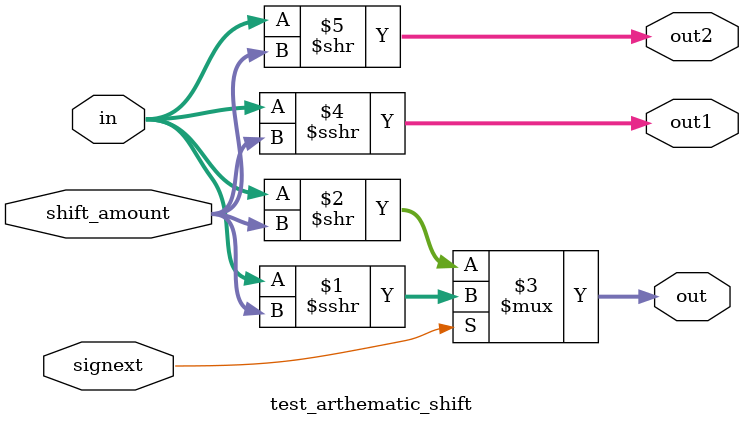
<source format=v>
`timescale 1ns / 1ps


module test_arthematic_shift (
    input  wire [31:0] in,
    input  wire [ 4:0] shift_amount,
    input  wire        signext,
    output wire [31:0] out,
    output wire [31:0] out1,
    output wire [31:0] out2
);

  assign out  = signext ? ($signed(in) >>> shift_amount) : (in >> shift_amount);
  assign out1 = $signed(in) >>> shift_amount;
  assign out2 = (in >> shift_amount);

endmodule

</source>
